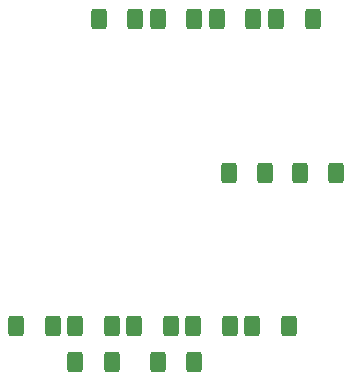
<source format=gbr>
%TF.GenerationSoftware,KiCad,Pcbnew,(6.0.6-0)*%
%TF.CreationDate,2022-07-04T00:10:09+08:00*%
%TF.ProjectId,test,74657374-2e6b-4696-9361-645f70636258,rev?*%
%TF.SameCoordinates,Original*%
%TF.FileFunction,Paste,Bot*%
%TF.FilePolarity,Positive*%
%FSLAX46Y46*%
G04 Gerber Fmt 4.6, Leading zero omitted, Abs format (unit mm)*
G04 Created by KiCad (PCBNEW (6.0.6-0)) date 2022-07-04 00:10:09*
%MOMM*%
%LPD*%
G01*
G04 APERTURE LIST*
G04 Aperture macros list*
%AMRoundRect*
0 Rectangle with rounded corners*
0 $1 Rounding radius*
0 $2 $3 $4 $5 $6 $7 $8 $9 X,Y pos of 4 corners*
0 Add a 4 corners polygon primitive as box body*
4,1,4,$2,$3,$4,$5,$6,$7,$8,$9,$2,$3,0*
0 Add four circle primitives for the rounded corners*
1,1,$1+$1,$2,$3*
1,1,$1+$1,$4,$5*
1,1,$1+$1,$6,$7*
1,1,$1+$1,$8,$9*
0 Add four rect primitives between the rounded corners*
20,1,$1+$1,$2,$3,$4,$5,0*
20,1,$1+$1,$4,$5,$6,$7,0*
20,1,$1+$1,$6,$7,$8,$9,0*
20,1,$1+$1,$8,$9,$2,$3,0*%
G04 Aperture macros list end*
%ADD10RoundRect,0.250000X0.400000X0.625000X-0.400000X0.625000X-0.400000X-0.625000X0.400000X-0.625000X0*%
%ADD11RoundRect,0.250000X-0.400000X-0.625000X0.400000X-0.625000X0.400000X0.625000X-0.400000X0.625000X0*%
G04 APERTURE END LIST*
D10*
%TO.C,R12*%
X153545238Y-121000000D03*
X150445238Y-121000000D03*
%TD*%
D11*
%TO.C,R11*%
X156450000Y-105000000D03*
X159550000Y-105000000D03*
%TD*%
D10*
%TO.C,R10*%
X161550000Y-118000000D03*
X158450000Y-118000000D03*
%TD*%
D11*
%TO.C,R2*%
X155450000Y-92000000D03*
X158550000Y-92000000D03*
%TD*%
D10*
%TO.C,R5*%
X141550000Y-118000000D03*
X138450000Y-118000000D03*
%TD*%
%TO.C,R13*%
X146545238Y-121000000D03*
X143445238Y-121000000D03*
%TD*%
D11*
%TO.C,R7*%
X148450000Y-118000000D03*
X151550000Y-118000000D03*
%TD*%
%TO.C,R1*%
X160450000Y-92000000D03*
X163550000Y-92000000D03*
%TD*%
%TO.C,R4*%
X145450000Y-92000000D03*
X148550000Y-92000000D03*
%TD*%
D10*
%TO.C,R8*%
X165550000Y-105000000D03*
X162450000Y-105000000D03*
%TD*%
D11*
%TO.C,R3*%
X150450000Y-92000000D03*
X153550000Y-92000000D03*
%TD*%
D10*
%TO.C,R6*%
X146550000Y-118000000D03*
X143450000Y-118000000D03*
%TD*%
D11*
%TO.C,R9*%
X153450000Y-118000000D03*
X156550000Y-118000000D03*
%TD*%
M02*

</source>
